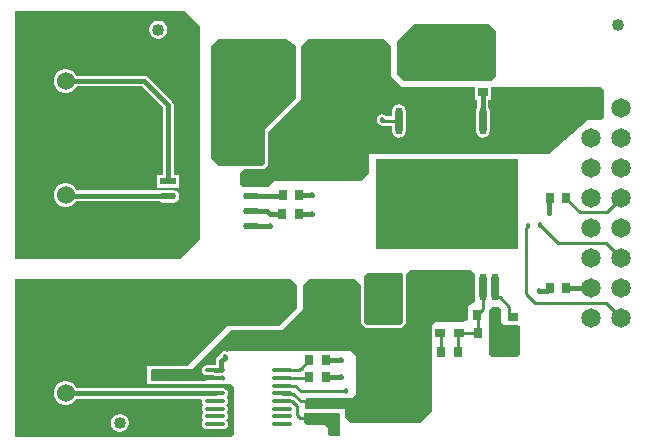
<source format=gtl>
G04*
G04 #@! TF.GenerationSoftware,Altium Limited,Altium Designer,23.1.1 (15)*
G04*
G04 Layer_Physical_Order=1*
G04 Layer_Color=255*
%FSLAX24Y24*%
%MOIN*%
G70*
G04*
G04 #@! TF.SameCoordinates,EDFB4F86-8D80-4751-AEB2-894B5B2271B4*
G04*
G04*
G04 #@! TF.FilePolarity,Positive*
G04*
G01*
G75*
%ADD16C,0.0100*%
%ADD21R,0.0354X0.0295*%
%ADD22R,0.0330X0.0300*%
%ADD23R,0.0290X0.0340*%
%ADD24R,0.0700X0.0700*%
%ADD25C,0.0600*%
%ADD26R,0.0538X0.0215*%
G04:AMPARAMS|DCode=27|XSize=53.8mil|YSize=21.5mil|CornerRadius=10.7mil|HoleSize=0mil|Usage=FLASHONLY|Rotation=0.000|XOffset=0mil|YOffset=0mil|HoleType=Round|Shape=RoundedRectangle|*
%AMROUNDEDRECTD27*
21,1,0.0538,0.0000,0,0,0.0*
21,1,0.0323,0.0215,0,0,0.0*
1,1,0.0215,0.0161,0.0000*
1,1,0.0215,-0.0161,0.0000*
1,1,0.0215,-0.0161,0.0000*
1,1,0.0215,0.0161,0.0000*
%
%ADD27ROUNDEDRECTD27*%
%ADD28R,0.1398X0.0807*%
%ADD29R,0.0300X0.0330*%
%ADD30R,0.0295X0.0354*%
%ADD31O,0.0669X0.0138*%
%ADD32R,0.0340X0.0290*%
%ADD33O,0.0236X0.0906*%
%ADD34C,0.0400*%
%ADD46R,0.4760X0.3032*%
%ADD47C,0.0150*%
%ADD48C,0.0200*%
%ADD49C,0.0650*%
%ADD50R,0.0650X0.0650*%
%ADD51C,0.0180*%
%ADD52C,0.0200*%
G36*
X16235Y13733D02*
Y12233D01*
X16085Y12083D01*
X13151Y12067D01*
X12925Y12293D01*
Y13423D01*
X13485Y13983D01*
X15985D01*
X16235Y13733D01*
D02*
G37*
G36*
X12735Y13233D02*
Y12233D01*
X13085Y11883D01*
X15515D01*
Y11462D01*
X15607D01*
Y11209D01*
X15580Y11168D01*
X15563Y11083D01*
Y10414D01*
X15580Y10329D01*
X15628Y10257D01*
X15700Y10208D01*
X15785Y10191D01*
X15870Y10208D01*
X15942Y10257D01*
X15991Y10329D01*
X16008Y10414D01*
Y11083D01*
X15991Y11168D01*
X15964Y11209D01*
Y11462D01*
X16055D01*
Y11883D01*
X19721D01*
X19835Y11768D01*
Y10883D01*
X19735Y10783D01*
X19279D01*
X17975Y9633D01*
X11985D01*
Y8983D01*
X11735Y8733D01*
X8835D01*
X8635Y8533D01*
X7785D01*
X7685Y8633D01*
Y8977D01*
X7841Y9133D01*
X8502D01*
X8575Y9206D01*
X8597D01*
Y9227D01*
X8635Y9266D01*
X8674Y9234D01*
X8635Y9272D01*
X8635Y9272D01*
X8635Y9314D01*
Y10383D01*
X9735Y11483D01*
Y13233D01*
X9985Y13483D01*
X12485D01*
X12735Y13233D01*
D02*
G37*
G36*
X9560D02*
Y11508D01*
X8535Y10483D01*
Y10393D01*
X8533Y10383D01*
Y10033D01*
Y9331D01*
X8437Y9235D01*
X7841D01*
X7831Y9233D01*
X6985D01*
X6735Y9483D01*
Y13233D01*
X6985Y13483D01*
X9235D01*
X9560Y13233D01*
D02*
G37*
G36*
X6365Y13920D02*
Y6813D01*
X5685Y6133D01*
X204D01*
Y14429D01*
X5856D01*
X6365Y13920D01*
D02*
G37*
G36*
X13134Y5634D02*
X13133Y5633D01*
Y4031D01*
X13038Y3953D01*
X11935D01*
X11825Y4033D01*
Y5573D01*
X11935Y5683D01*
X13085D01*
X13134Y5634D01*
D02*
G37*
G36*
X15535Y5633D02*
Y4708D01*
X15285Y4583D01*
Y4123D01*
X15133Y4046D01*
X14198D01*
X14093Y3942D01*
X14085D01*
Y3452D01*
X14085D01*
Y1083D01*
X13685Y683D01*
X11385D01*
X11185Y883D01*
Y1133D01*
X9907D01*
X9872Y1168D01*
X9881Y1513D01*
X11415Y1513D01*
X11550Y1647D01*
Y2918D01*
X11385Y3083D01*
X7285D01*
X7260Y3057D01*
X7223Y3073D01*
X7147D01*
X7078Y3044D01*
X7024Y2990D01*
X6997Y2925D01*
X6941Y2869D01*
X6903Y2812D01*
X6889Y2743D01*
Y2617D01*
X6852D01*
X6820Y2611D01*
X6586D01*
X6520Y2598D01*
X6464Y2560D01*
X6427Y2504D01*
X6414Y2439D01*
X6427Y2373D01*
X6464Y2317D01*
X6520Y2279D01*
X6586Y2266D01*
X6820D01*
X6852Y2260D01*
X7050D01*
X7081Y2266D01*
X7117D01*
X7135Y2270D01*
X7185Y2229D01*
Y2136D01*
X7135Y2095D01*
X7117Y2099D01*
X6586D01*
X6520Y2086D01*
X6518Y2085D01*
X4739D01*
X4730Y2445D01*
X4765Y2481D01*
X5185D01*
X5195Y2483D01*
X6085D01*
X7385Y3783D01*
X9085Y3783D01*
X9785Y4483D01*
Y5283D01*
X9985Y5483D01*
X11485D01*
X11715Y5283D01*
Y3983D01*
X11885Y3843D01*
X13065D01*
X13235Y3983D01*
Y5633D01*
X13385Y5783D01*
X15385D01*
X15535Y5633D01*
D02*
G37*
G36*
X16385Y4486D02*
Y4036D01*
X16458Y3963D01*
X16928D01*
X17021Y3919D01*
Y2973D01*
X16945Y2883D01*
X16075D01*
X16005Y2977D01*
Y4453D01*
X16085Y4533D01*
X16335D01*
X16337Y4534D01*
X16385Y4486D01*
D02*
G37*
G36*
X11035Y961D02*
Y272D01*
X10996Y233D01*
X10685Y233D01*
X10635Y283D01*
Y483D01*
X10508Y610D01*
X9908D01*
X9835Y683D01*
Y1008D01*
X10988D01*
X11035Y961D01*
D02*
G37*
G36*
X9600Y5273D02*
Y4508D01*
X9005Y3913D01*
X7265D01*
X5937Y2585D01*
X5195D01*
X5185Y2583D01*
X4585D01*
Y1983D01*
X7385D01*
X7485Y1883D01*
Y283D01*
X7406Y204D01*
X204D01*
Y5483D01*
X9390D01*
X9600Y5273D01*
D02*
G37*
%LPC*%
G36*
X12985Y11305D02*
X12900Y11289D01*
X12828Y11240D01*
X12780Y11168D01*
X12763Y11083D01*
Y10901D01*
X12584D01*
X12572Y10920D01*
X12509Y10962D01*
X12435Y10976D01*
X12361Y10962D01*
X12298Y10920D01*
X12256Y10857D01*
X12242Y10783D01*
X12256Y10709D01*
X12298Y10646D01*
X12361Y10604D01*
X12435Y10589D01*
X12480Y10598D01*
X12491Y10596D01*
X12763D01*
Y10414D01*
X12780Y10329D01*
X12828Y10257D01*
X12900Y10208D01*
X12985Y10191D01*
X13070Y10208D01*
X13142Y10257D01*
X13191Y10329D01*
X13208Y10414D01*
Y11083D01*
X13191Y11168D01*
X13142Y11240D01*
X13070Y11289D01*
X12985Y11305D01*
D02*
G37*
G36*
X5005Y14093D02*
X4926D01*
X4849Y14072D01*
X4781Y14033D01*
X4725Y13977D01*
X4686Y13908D01*
X4665Y13832D01*
Y13753D01*
X4686Y13677D01*
X4725Y13608D01*
X4781Y13553D01*
X4849Y13513D01*
X4926Y13493D01*
X5005D01*
X5081Y13513D01*
X5149Y13553D01*
X5205Y13608D01*
X5245Y13677D01*
X5265Y13753D01*
Y13832D01*
X5245Y13908D01*
X5205Y13977D01*
X5149Y14033D01*
X5081Y14072D01*
X5005Y14093D01*
D02*
G37*
G36*
X1938Y12483D02*
X1833D01*
X1731Y12455D01*
X1640Y12403D01*
X1565Y12328D01*
X1513Y12237D01*
X1485Y12135D01*
Y12030D01*
X1513Y11928D01*
X1565Y11837D01*
X1640Y11763D01*
X1731Y11710D01*
X1833Y11683D01*
X1938D01*
X2040Y11710D01*
X2131Y11763D01*
X2205Y11837D01*
X2244Y11904D01*
X4411D01*
X5121Y11195D01*
Y8940D01*
X4930D01*
Y8525D01*
X5668D01*
Y8940D01*
X5478D01*
Y11269D01*
X5478Y11269D01*
X5464Y11337D01*
X5425Y11395D01*
X4611Y12209D01*
X4554Y12248D01*
X4485Y12261D01*
X2244D01*
X2205Y12328D01*
X2131Y12403D01*
X2040Y12455D01*
X1938Y12483D01*
D02*
G37*
G36*
Y8683D02*
X1833D01*
X1731Y8655D01*
X1640Y8603D01*
X1565Y8528D01*
X1513Y8437D01*
X1485Y8335D01*
Y8230D01*
X1513Y8128D01*
X1565Y8037D01*
X1640Y7963D01*
X1731Y7910D01*
X1833Y7883D01*
X1938D01*
X2040Y7910D01*
X2131Y7963D01*
X2205Y8037D01*
X2228Y8076D01*
X4999D01*
X5057Y8037D01*
X5138Y8021D01*
X5461D01*
X5542Y8037D01*
X5610Y8083D01*
X5656Y8152D01*
X5672Y8233D01*
X5656Y8314D01*
X5610Y8382D01*
X5542Y8428D01*
X5461Y8444D01*
X5138D01*
X5082Y8433D01*
X2259D01*
X2258Y8437D01*
X2205Y8528D01*
X2131Y8603D01*
X2040Y8655D01*
X1938Y8683D01*
D02*
G37*
G36*
Y2083D02*
X1833D01*
X1731Y2055D01*
X1640Y2003D01*
X1565Y1928D01*
X1513Y1837D01*
X1485Y1735D01*
Y1630D01*
X1513Y1528D01*
X1565Y1437D01*
X1640Y1363D01*
X1731Y1310D01*
X1833Y1283D01*
X1938D01*
X2040Y1310D01*
X2131Y1363D01*
X2205Y1437D01*
X2241Y1498D01*
X6383D01*
X6420Y1448D01*
X6414Y1415D01*
X6427Y1349D01*
X6464Y1293D01*
Y1281D01*
X6427Y1225D01*
X6414Y1159D01*
X6427Y1093D01*
X6442Y1070D01*
X6461Y1031D01*
X6442Y992D01*
X6427Y969D01*
X6414Y903D01*
X6427Y837D01*
X6464Y781D01*
Y769D01*
X6427Y713D01*
X6414Y647D01*
X6427Y581D01*
X6464Y525D01*
X6520Y488D01*
X6586Y475D01*
X7117D01*
X7183Y488D01*
X7239Y525D01*
X7277Y581D01*
X7290Y647D01*
X7277Y713D01*
X7239Y769D01*
Y781D01*
X7277Y837D01*
X7290Y903D01*
X7277Y969D01*
X7261Y992D01*
X7242Y1031D01*
X7261Y1070D01*
X7277Y1093D01*
X7290Y1159D01*
X7277Y1225D01*
X7239Y1281D01*
Y1293D01*
X7277Y1349D01*
X7290Y1415D01*
X7277Y1481D01*
X7261Y1504D01*
X7242Y1543D01*
X7261Y1582D01*
X7277Y1605D01*
X7290Y1671D01*
X7277Y1737D01*
X7239Y1793D01*
X7183Y1830D01*
X7117Y1843D01*
X6907D01*
X6846Y1855D01*
X2248D01*
X2205Y1928D01*
X2131Y2003D01*
X2040Y2055D01*
X1938Y2083D01*
D02*
G37*
G36*
X3725Y983D02*
X3646D01*
X3569Y962D01*
X3501Y923D01*
X3445Y867D01*
X3406Y799D01*
X3385Y722D01*
Y643D01*
X3406Y567D01*
X3445Y498D01*
X3501Y443D01*
X3569Y403D01*
X3646Y383D01*
X3725D01*
X3801Y403D01*
X3869Y443D01*
X3925Y498D01*
X3965Y567D01*
X3985Y643D01*
Y722D01*
X3965Y799D01*
X3925Y867D01*
X3869Y923D01*
X3801Y962D01*
X3725Y983D01*
D02*
G37*
%LPD*%
D16*
X17295Y7231D02*
Y7253D01*
X17235Y4983D02*
Y7171D01*
Y4983D02*
X17535Y4683D01*
X19885D01*
X17235Y7171D02*
X17295Y7231D01*
X16658Y4317D02*
Y4560D01*
Y4317D02*
X16756Y4219D01*
X16785D01*
X16350Y4868D02*
X16658Y4560D01*
X16185Y4931D02*
Y5217D01*
X16248Y4868D02*
X16350D01*
X16185Y4931D02*
X16248Y4868D01*
X14355Y3697D02*
Y3797D01*
X14405Y3033D02*
Y3647D01*
X14355Y3697D02*
X14405Y3647D01*
X14965Y3133D02*
Y3698D01*
X15021Y3753D01*
X15040D01*
X15110Y3683D01*
X15610D01*
X15605Y4283D02*
X15610Y4278D01*
Y3683D02*
Y4278D01*
X15785Y4478D02*
Y5217D01*
X15605Y4298D02*
X15785Y4478D01*
X15605Y4283D02*
Y4298D01*
X12435Y10783D02*
X12457D01*
X12491Y10748D02*
X12985D01*
X12457Y10783D02*
X12491Y10748D01*
X10785Y393D02*
Y803D01*
X9680Y846D02*
X10085D01*
X10741D01*
X10785Y803D01*
X19885Y4683D02*
X20385Y4183D01*
X9980Y2183D02*
X10000Y2203D01*
X9096Y2183D02*
X9980D01*
X9718Y2486D02*
X10000Y2768D01*
X9696Y2486D02*
X9718D01*
X10000Y2768D02*
Y2793D01*
X9649Y2439D02*
X9696Y2486D01*
X9096Y2439D02*
X9649D01*
X9527Y1921D02*
X9715Y1733D01*
X11215D01*
X9102Y1921D02*
X9527D01*
X9096Y1927D02*
X9102Y1921D01*
X17685Y7283D02*
X18285Y6683D01*
X19885D01*
X20385Y6183D01*
X19011Y7708D02*
X19910D01*
X20385Y8183D01*
X18561Y8158D02*
Y8183D01*
Y8158D02*
X19011Y7708D01*
X10741Y1319D02*
X10785Y1363D01*
X9999Y1405D02*
X10085Y1319D01*
X9708Y1405D02*
X9999D01*
X9449Y1664D02*
X9708Y1405D01*
X9096Y1671D02*
X9103Y1664D01*
X9449D01*
X9585Y941D02*
Y1245D01*
Y941D02*
X9680Y846D01*
X9103Y1408D02*
X9422D01*
X9585Y1245D01*
X9096Y1415D02*
X9103Y1408D01*
D21*
X5785Y2759D02*
D03*
Y2287D02*
D03*
X10085Y846D02*
D03*
Y1319D02*
D03*
X13685Y12219D02*
D03*
Y11746D02*
D03*
X15085Y12219D02*
D03*
Y11746D02*
D03*
X16785Y4219D02*
D03*
Y3746D02*
D03*
D22*
X4985Y2303D02*
D03*
Y2863D02*
D03*
X10785Y1363D02*
D03*
Y803D02*
D03*
X14385Y12263D02*
D03*
Y11703D02*
D03*
D23*
X9100Y7663D02*
D03*
X9651D02*
D03*
X9661Y8283D02*
D03*
X9110D02*
D03*
X10000Y2793D02*
D03*
X10551D02*
D03*
Y2203D02*
D03*
X10000D02*
D03*
X18561Y8183D02*
D03*
X18010D02*
D03*
X18561Y5183D02*
D03*
X18010D02*
D03*
X15610Y3683D02*
D03*
X16161D02*
D03*
D24*
X2835Y11133D02*
D03*
X935D02*
D03*
X2835Y13033D02*
D03*
X935D02*
D03*
X2835Y7333D02*
D03*
X935D02*
D03*
X2835Y9233D02*
D03*
X935D02*
D03*
Y2633D02*
D03*
X2835D02*
D03*
X935Y733D02*
D03*
X2835D02*
D03*
D25*
X1885Y12083D02*
D03*
Y8283D02*
D03*
Y1683D02*
D03*
D26*
X5299Y8733D02*
D03*
D27*
Y8233D02*
D03*
Y7733D02*
D03*
Y7233D02*
D03*
X8071D02*
D03*
Y7733D02*
D03*
Y8233D02*
D03*
Y8733D02*
D03*
D28*
X10845Y12383D02*
D03*
X8325D02*
D03*
X10845Y4883D02*
D03*
X8325D02*
D03*
D29*
X8305Y10183D02*
D03*
X8865D02*
D03*
X14965Y3033D02*
D03*
X14405D02*
D03*
X16165Y4283D02*
D03*
X15605D02*
D03*
D30*
X8349Y9483D02*
D03*
X8821D02*
D03*
X12949Y4283D02*
D03*
X13421D02*
D03*
D31*
X9096Y647D02*
D03*
Y903D02*
D03*
Y1159D02*
D03*
Y1415D02*
D03*
Y1671D02*
D03*
Y1927D02*
D03*
Y2183D02*
D03*
Y2439D02*
D03*
X6852Y647D02*
D03*
Y903D02*
D03*
Y1159D02*
D03*
Y1415D02*
D03*
Y1671D02*
D03*
Y1927D02*
D03*
Y2183D02*
D03*
Y2439D02*
D03*
D32*
X15785Y12258D02*
D03*
Y11707D02*
D03*
X14975Y4244D02*
D03*
Y3693D02*
D03*
X14355Y3697D02*
D03*
Y4248D02*
D03*
D33*
X13385Y5217D02*
D03*
X13785D02*
D03*
X14185D02*
D03*
X14585D02*
D03*
X14985D02*
D03*
X15385D02*
D03*
Y10748D02*
D03*
X14985D02*
D03*
X14585D02*
D03*
X14185D02*
D03*
X13785D02*
D03*
X13385D02*
D03*
X12985Y5217D02*
D03*
Y10748D02*
D03*
X15785Y5217D02*
D03*
X16185D02*
D03*
X15785Y10748D02*
D03*
X16185D02*
D03*
D34*
X3685Y683D02*
D03*
X4965Y13793D02*
D03*
X20285Y13933D02*
D03*
D46*
X14585Y7983D02*
D03*
D47*
X17660Y5083D02*
X17666Y5089D01*
X17940D01*
X18010Y5159D01*
Y5183D01*
X8675Y7663D02*
X9100D01*
X8605Y7733D02*
X8675Y7663D01*
X8071Y7733D02*
X8605D01*
X10551Y2793D02*
X11047D01*
X11057Y2783D01*
X11065D01*
X10551Y2203D02*
X11067D01*
X10551Y2203D02*
X10551Y2203D01*
X1691Y1677D02*
X6846D01*
X1685Y1683D02*
X1691Y1677D01*
X15785Y11707D02*
X15785Y11707D01*
X15785Y10748D02*
Y11707D01*
X8071Y7233D02*
X8685D01*
X18561Y5183D02*
X19385D01*
X18561Y5183D02*
X18561Y5183D01*
X9651Y7663D02*
X9651Y7663D01*
X10075D01*
X9661Y8283D02*
X9661Y8283D01*
X10085D01*
X8071Y8233D02*
X9060D01*
X9110Y8283D01*
X10551Y2793D02*
X10551Y2793D01*
X17997Y7695D02*
Y8170D01*
X18010Y8183D01*
X17985Y7683D02*
X17997Y7695D01*
X7067Y2456D02*
Y2743D01*
X7185Y2861D01*
Y2883D01*
X6852Y2439D02*
X7050D01*
X7067Y2456D01*
X6846Y1677D02*
X6852Y1671D01*
X5277Y8255D02*
X5299Y8233D01*
X1913Y8255D02*
X5277D01*
X5299Y8733D02*
Y11269D01*
X4485Y12083D02*
X5299Y11269D01*
X1885Y12083D02*
X4485D01*
X1885Y8283D02*
X1913Y8255D01*
D48*
X10085Y1319D02*
X10741D01*
D49*
X20385Y6183D02*
D03*
X19385D02*
D03*
X20385Y7183D02*
D03*
X19385D02*
D03*
X20385Y10183D02*
D03*
X19385D02*
D03*
X20385Y11183D02*
D03*
X19385Y9183D02*
D03*
X20385D02*
D03*
X19385Y8183D02*
D03*
X20385D02*
D03*
X19385Y5183D02*
D03*
Y4183D02*
D03*
X20385Y5183D02*
D03*
Y4183D02*
D03*
D50*
X19385Y11183D02*
D03*
D51*
X13485Y13383D02*
D03*
X13935D02*
D03*
X14385D02*
D03*
X14835D02*
D03*
X15285D02*
D03*
X15735D02*
D03*
X12435Y10783D02*
D03*
X10785Y393D02*
D03*
X17660Y5083D02*
D03*
X17295Y7253D02*
D03*
X16299Y3146D02*
D03*
X11065Y2783D02*
D03*
X11067Y2203D02*
D03*
X11215Y1733D02*
D03*
X8185Y10983D02*
D03*
X7685D02*
D03*
X7135Y9933D02*
D03*
Y10483D02*
D03*
Y10983D02*
D03*
Y11533D02*
D03*
Y12033D02*
D03*
Y12583D02*
D03*
Y13133D02*
D03*
X15735Y12783D02*
D03*
X15285D02*
D03*
X14835D02*
D03*
X14385D02*
D03*
X13935D02*
D03*
X13485D02*
D03*
X8685Y7233D02*
D03*
X12485Y6983D02*
D03*
X12935D02*
D03*
X13385D02*
D03*
X13835D02*
D03*
X14285D02*
D03*
X14735D02*
D03*
X15185D02*
D03*
X15635D02*
D03*
X16085D02*
D03*
X16535D02*
D03*
X12485Y7433D02*
D03*
X12935D02*
D03*
X13385D02*
D03*
X13835D02*
D03*
X14285D02*
D03*
X14735D02*
D03*
X15185D02*
D03*
X15635D02*
D03*
X16085D02*
D03*
X16535D02*
D03*
X12485Y7883D02*
D03*
X12935D02*
D03*
X13385D02*
D03*
X13835D02*
D03*
X14285D02*
D03*
X14735D02*
D03*
X15185D02*
D03*
X15635D02*
D03*
X16085D02*
D03*
X16535D02*
D03*
X12485Y8333D02*
D03*
X12935D02*
D03*
X13385D02*
D03*
X13835D02*
D03*
X14285D02*
D03*
X14735D02*
D03*
X15185D02*
D03*
X15635D02*
D03*
X16085D02*
D03*
X16535D02*
D03*
X12485Y8783D02*
D03*
X12935D02*
D03*
X13385D02*
D03*
X13835D02*
D03*
X14285D02*
D03*
X14735D02*
D03*
X15185D02*
D03*
X15635D02*
D03*
X16085D02*
D03*
X16535D02*
D03*
Y9233D02*
D03*
X16085D02*
D03*
X15635D02*
D03*
X15185D02*
D03*
X14735D02*
D03*
X14285D02*
D03*
X13835D02*
D03*
X13385D02*
D03*
X12935D02*
D03*
X12485D02*
D03*
X12255Y5353D02*
D03*
X12245Y4853D02*
D03*
X8685Y11533D02*
D03*
X8185D02*
D03*
X7685D02*
D03*
X8785Y13133D02*
D03*
X8235D02*
D03*
X7685D02*
D03*
X3585Y3283D02*
D03*
X3185D02*
D03*
X2785D02*
D03*
X2385D02*
D03*
X5885Y483D02*
D03*
X5385D02*
D03*
X4885D02*
D03*
X4385D02*
D03*
X5885Y883D02*
D03*
X5385D02*
D03*
X4885D02*
D03*
X4385D02*
D03*
X5885Y1283D02*
D03*
X5385D02*
D03*
X4885D02*
D03*
X4385D02*
D03*
X3885D02*
D03*
X3385D02*
D03*
X1985Y583D02*
D03*
X1585D02*
D03*
X1985Y983D02*
D03*
X1585D02*
D03*
X1985Y2383D02*
D03*
X1585D02*
D03*
X1985Y2783D02*
D03*
X1585D02*
D03*
X1985Y3283D02*
D03*
X1585D02*
D03*
X1185D02*
D03*
X5585Y3583D02*
D03*
X5185D02*
D03*
X3585Y3683D02*
D03*
X3185D02*
D03*
X2785D02*
D03*
X2385D02*
D03*
X1985D02*
D03*
X1585D02*
D03*
X1185D02*
D03*
X785D02*
D03*
X385D02*
D03*
X5985Y4083D02*
D03*
X5585D02*
D03*
X5185D02*
D03*
X4785D02*
D03*
X4385D02*
D03*
X3985D02*
D03*
X3585D02*
D03*
X3185D02*
D03*
X2785D02*
D03*
X2385D02*
D03*
X1985D02*
D03*
X1585D02*
D03*
X1185D02*
D03*
X785D02*
D03*
X385D02*
D03*
X7185Y4483D02*
D03*
X6785D02*
D03*
X6385D02*
D03*
X5985D02*
D03*
X5585D02*
D03*
X5185D02*
D03*
X4785D02*
D03*
X4385D02*
D03*
X3985D02*
D03*
X3585D02*
D03*
X3185D02*
D03*
X2785D02*
D03*
X2385D02*
D03*
X1985D02*
D03*
X1585D02*
D03*
X1185D02*
D03*
X785D02*
D03*
X385D02*
D03*
X7185Y4883D02*
D03*
X6785D02*
D03*
X6385D02*
D03*
X5985D02*
D03*
X5585D02*
D03*
X5185D02*
D03*
X4785D02*
D03*
X4385D02*
D03*
X3985D02*
D03*
X3585D02*
D03*
X3185D02*
D03*
X2785D02*
D03*
X2385D02*
D03*
X1985D02*
D03*
X1585D02*
D03*
X1185D02*
D03*
X785D02*
D03*
X385D02*
D03*
X7185Y5283D02*
D03*
X6785D02*
D03*
X6385D02*
D03*
X5985D02*
D03*
X5585D02*
D03*
X5185D02*
D03*
X4785D02*
D03*
X4385D02*
D03*
X3985D02*
D03*
X3585D02*
D03*
X3185D02*
D03*
X2785D02*
D03*
X2385D02*
D03*
X1985D02*
D03*
X1585D02*
D03*
X1185D02*
D03*
X785D02*
D03*
X385D02*
D03*
X16705Y3143D02*
D03*
X17685Y7283D02*
D03*
X10075Y7663D02*
D03*
X10085Y8283D02*
D03*
X17985Y7683D02*
D03*
X7185Y2883D02*
D03*
X665Y10173D02*
D03*
X1685Y10183D02*
D03*
X2085D02*
D03*
X2485D02*
D03*
X2885D02*
D03*
X1685Y10583D02*
D03*
X2085D02*
D03*
X5185Y6783D02*
D03*
X4785D02*
D03*
X4385D02*
D03*
X3985D02*
D03*
X3585D02*
D03*
X5185Y6383D02*
D03*
X4485Y7483D02*
D03*
X2785Y6383D02*
D03*
X2385D02*
D03*
X1985D02*
D03*
X1585D02*
D03*
X1185D02*
D03*
X785D02*
D03*
X385D02*
D03*
X4785D02*
D03*
X4385D02*
D03*
X3985D02*
D03*
X3585D02*
D03*
X3185D02*
D03*
X385Y6783D02*
D03*
X3685Y7483D02*
D03*
X4085D02*
D03*
X4485Y7883D02*
D03*
X4085D02*
D03*
X3685D02*
D03*
X1985Y7183D02*
D03*
X1585D02*
D03*
X1985Y7583D02*
D03*
X1585D02*
D03*
X1985Y8883D02*
D03*
X1585D02*
D03*
X1985Y9283D02*
D03*
X1585D02*
D03*
X4485Y8583D02*
D03*
X4085D02*
D03*
X3685D02*
D03*
X4485Y8983D02*
D03*
X4085D02*
D03*
X3685D02*
D03*
X4485Y9383D02*
D03*
X4085D02*
D03*
X3685D02*
D03*
X4485Y9783D02*
D03*
X4085D02*
D03*
X3685D02*
D03*
X4485Y10183D02*
D03*
X4085D02*
D03*
X3685D02*
D03*
X3285D02*
D03*
X4485Y10583D02*
D03*
X4085D02*
D03*
X3685D02*
D03*
X4485Y10983D02*
D03*
X4085D02*
D03*
X3685D02*
D03*
X4485Y11383D02*
D03*
X4085D02*
D03*
X3685D02*
D03*
X5885Y9583D02*
D03*
Y9983D02*
D03*
Y10383D02*
D03*
Y10783D02*
D03*
Y11183D02*
D03*
Y11583D02*
D03*
X1685Y13983D02*
D03*
X2085D02*
D03*
Y13583D02*
D03*
X2485Y13983D02*
D03*
X2885D02*
D03*
X3285D02*
D03*
X3685D02*
D03*
Y13583D02*
D03*
X4085Y13983D02*
D03*
Y13583D02*
D03*
X3685Y12783D02*
D03*
X4085D02*
D03*
X1635Y12733D02*
D03*
X4085Y13183D02*
D03*
X3685D02*
D03*
X2175Y11093D02*
D03*
X1645Y11103D02*
D03*
X2155Y11473D02*
D03*
X2145Y12723D02*
D03*
X2135Y13103D02*
D03*
X1635Y13113D02*
D03*
Y11473D02*
D03*
X1685Y13583D02*
D03*
X4485Y13183D02*
D03*
X6055Y7253D02*
D03*
Y7753D02*
D03*
Y8273D02*
D03*
X4485Y12783D02*
D03*
X5885Y11983D02*
D03*
Y12383D02*
D03*
X5285D02*
D03*
X5885Y12783D02*
D03*
X5285D02*
D03*
X4885D02*
D03*
X5885Y13583D02*
D03*
Y13183D02*
D03*
X5285D02*
D03*
X5885Y13983D02*
D03*
D52*
X1225Y10183D02*
D03*
M02*

</source>
